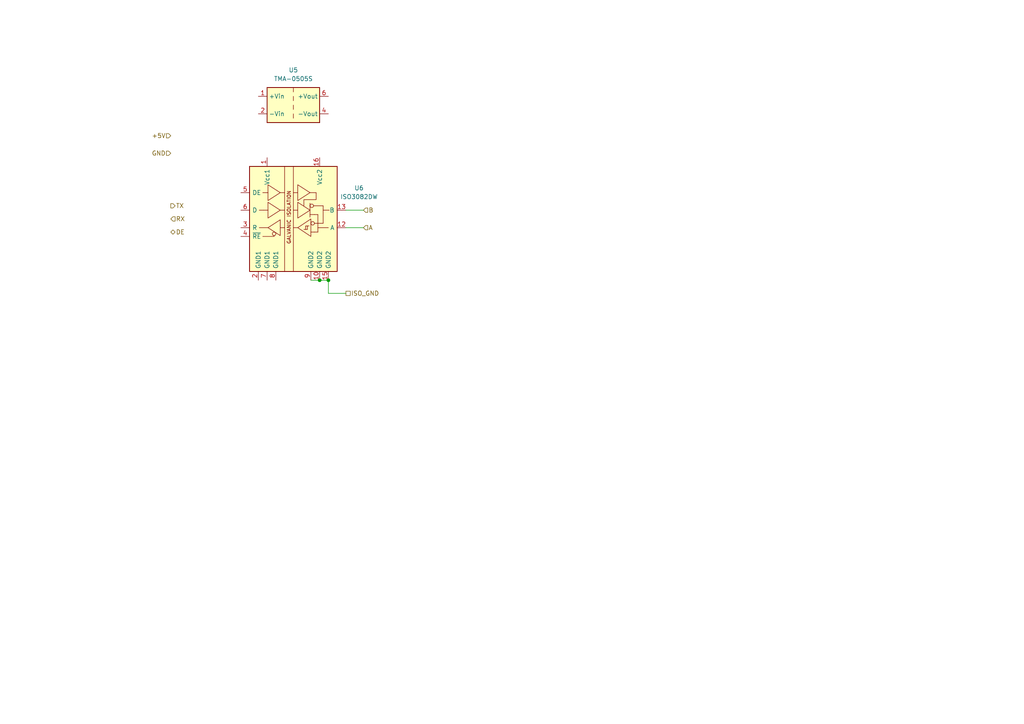
<source format=kicad_sch>
(kicad_sch (version 20241209) (generator "eeschema") (generator_version "9.0")
  (paper "A4")
  (lib_symbols
    (symbol "Converter_DCDC:TMA-0505S"
      (property "Reference" "U" (at -6.35 6.35 0))
      (property "Value" "TMA-0505S" (at 2.54 6.35 0))
      (symbol "TMA-0505S_0_1"
        (rectangle (start -7.62 5.08) (end 7.62 -5.08) (stroke (width 0.254)) (fill (type background)))
        (polyline (pts (xy 0 5.08) (xy 0 3.81)))
        (polyline (pts (xy 0 2.54) (xy 0 1.27)))
        (polyline (pts (xy 0 0) (xy 0 -1.27)))
        (polyline (pts (xy 0 -2.54) (xy 0 -3.81)))
      )
      (symbol "TMA-0505S_1_1"
        (pin power_in line (at -10.16 2.54 0) (length 2.54) (name "+Vin") (number "1"))
        (pin power_in line (at -10.16 -2.54 0) (length 2.54) (name "-Vin") (number "2"))
        (pin power_out line (at 10.16 2.54 180) (length 2.54) (name "+Vout") (number "6"))
        (pin power_out line (at 10.16 -2.54 180) (length 2.54) (name "-Vout") (number "4"))
      )
    )
    (symbol "Interface_UART:ISO3082DW" (pin_names (offset 0.762))
      (property "Reference" "U" (at 0 19.05 0))
      (property "Value" "ISO3082DW" (at 0 16.51 0))
      (symbol "ISO3082DW_0_0"
        (rectangle (start -12.7 15.24) (end 12.7 -15.24) (stroke (width 0.254)) (fill (type background)))
        (polyline (pts (xy -8.636 2.54) (xy -9.906 2.54)))
        (polyline (pts (xy -7.62 7.62) (xy -8.89 7.62)))
        (polyline (pts (xy -7.366 9.906) (xy -7.366 5.334) (xy -3.81 7.62) (xy -7.366 9.906)))
        (polyline (pts (xy -7.366 7.62) (xy -7.62 7.62)))
        (polyline (pts (xy -7.366 4.826) (xy -7.366 0.254) (xy -3.81 2.54) (xy -7.366 4.826)))
        (polyline (pts (xy -3.81 -0.254) (xy -3.81 -4.826) (xy -7.366 -2.54) (xy -3.81 -0.254)))
        (polyline (pts (xy -2.54 15.24) (xy -2.54 -15.24)))
        (polyline (pts (xy 0 15.24) (xy 0 -15.24)))
        (polyline (pts (xy 1.27 9.906) (xy 1.27 5.334) (xy 4.826 7.62) (xy 1.27 9.906)))
        (text "GALVANIC ISOLATION" (at -1.27 0.508 900) (effects (font (size 1.016 1.016))))
      )
      (symbol "ISO3082DW_0_1"
        (polyline (pts (xy -8.89 -5.08) (xy -5.588 -5.08) (xy -5.588 -4.826)))
        (polyline (pts (xy -7.366 2.54) (xy -8.636 2.54)))
        (polyline (pts (xy -7.366 -2.54) (xy -9.906 -2.54)))
        (circle (center -5.588 -4.318) (radius 0.508))
        (polyline (pts (xy -3.81 7.62) (xy -2.54 7.62)))
        (polyline (pts (xy -3.81 2.54) (xy -2.54 2.54)))
        (polyline (pts (xy -3.81 -2.54) (xy -2.54 -2.54)))
        (polyline (pts (xy 0 7.62) (xy 1.27 7.62)))
        (polyline (pts (xy 0 2.54) (xy 1.27 2.54)))
        (polyline (pts (xy 0 -2.54) (xy 1.27 -2.54)))
        (polyline (pts (xy 1.27 -2.54) (xy 5.08 0) (xy 5.08 -5.08) (xy 1.27 -2.54)))
        (polyline (pts (xy 3.556 -2.286) (xy 3.556 -3.048)))
        (polyline (pts (xy 3.556 -2.286) (xy 3.556 -2.032) (xy 4.572 -2.032)))
        (polyline (pts (xy 4.064 -2.286) (xy 4.064 -3.048)))
        (polyline (pts (xy 4.064 -2.286) (xy 4.064 -2.032)))
        (polyline (pts (xy 4.064 -3.048) (xy 3.048 -3.048)))
        (polyline (pts (xy 4.826 7.62) (xy 6.604 7.62)))
        (polyline (pts (xy 4.826 4.572) (xy 4.826 0.508)))
        (polyline (pts (xy 4.826 1.27) (xy 6.096 1.27)))
        (polyline (pts (xy 5.08 -3.81) (xy 6.096 -3.81)))
        (circle (center 5.334 3.81) (radius 0.508))
        (circle (center 5.588 -1.27) (radius 0.508))
        (polyline (pts (xy 5.842 3.81) (xy 8.636 3.81)))
        (polyline (pts (xy 6.096 1.27) (xy 7.112 1.27)))
        (polyline (pts (xy 6.096 -1.27) (xy 8.636 -1.27)))
        (polyline (pts (xy 6.604 7.62) (xy 6.604 5.588) (xy 3.048 5.588) (xy 3.048 3.81)))
        (polyline (pts (xy 7.112 1.27) (xy 7.112 -3.81)))
        (polyline (pts (xy 7.112 -3.81) (xy 6.096 -3.81)))
        (polyline (pts (xy 8.636 2.54) (xy 10.414 2.54)))
        (polyline (pts (xy 8.636 -1.27) (xy 8.636 3.81)))
        (polyline (pts (xy 10.16 -2.54) (xy 8.89 -2.54) (xy 7.112 -2.54)))
      )
      (symbol "ISO3082DW_1_0"
        (polyline (pts (xy 1.27 4.826) (xy 1.27 0.254) (xy 4.826 2.54) (xy 1.27 4.826)))
      )
      (symbol "ISO3082DW_1_1"
        (pin input line (at -15.24 7.62 0) (length 2.54) (name "DE") (number "5"))
        (pin input line (at -15.24 2.54 0) (length 2.54) (name "D") (number "6"))
        (pin output line (at -15.24 -2.54 0) (length 2.54) (name "R") (number "3"))
        (pin input line (at -15.24 -5.08 0) (length 2.54) (name "~{RE}") (number "4"))
        (pin power_in line (at -10.16 -17.78 90) (length 2.54) (name "GND1") (number "2"))
        (pin power_in line (at -7.62 17.78 270) (length 2.54) (name "Vcc1") (number "1"))
        (pin power_in line (at -7.62 -17.78 90) (length 2.54) (name "GND1") (number "7"))
        (pin power_in line (at -5.08 -17.78 90) (length 2.54) (name "GND1") (number "8"))
        (pin power_in line (at 5.08 -17.78 90) (length 2.54) (name "GND2") (number "9"))
        (pin power_in line (at 7.62 17.78 270) (length 2.54) (name "Vcc2") (number "16"))
        (pin power_in line (at 7.62 -17.78 90) (length 2.54) (name "GND2") (number "10"))
        (pin power_in line (at 10.16 -17.78 90) (length 2.54) (name "GND2") (number "15"))
        (pin no_connect line (at 12.7 10.16 180) (length 2.54) (hide yes) (name "NC") (number "11"))
        (pin no_connect line (at 12.7 7.62 180) (length 2.54) (hide yes) (name "NC") (number "14"))
        (pin bidirectional line (at 15.24 2.54 180) (length 2.54) (name "B") (number "13"))
        (pin bidirectional line (at 15.24 -2.54 180) (length 2.54) (name "A") (number "12"))
      )
    )
  )
  (junction (at 92.71 81.28))
  (junction (at 95.25 81.28))
  (wire (pts (xy 90.17 81.28) (xy 92.71 81.28)))
  (wire (pts (xy 100.33 66.04) (xy 105.41 66.04)))
  (wire (pts (xy 100.33 60.96) (xy 105.41 60.96)))
  (wire (pts (xy 100.33 85.09) (xy 95.25 85.09)))
  (wire (pts (xy 95.25 85.09) (xy 95.25 81.28)))
  (wire (pts (xy 92.71 81.28) (xy 95.25 81.28)))
  (hierarchical_label "DE" (shape bidirectional) (at 49.53 67.31 0))
  (hierarchical_label "B" (shape input) (at 105.41 60.96 0))
  (hierarchical_label "TX" (shape output) (at 49.53 59.69 0))
  (hierarchical_label "RX" (shape input) (at 49.53 63.5 0))
  (hierarchical_label "+5V" (shape input) (at 49.53 39.37 180))
  (hierarchical_label "GND" (shape input) (at 49.53 44.45 180))
  (hierarchical_label "A" (shape input) (at 105.41 66.04 0))
  (hierarchical_label "ISO_GND" (shape passive) (at 100.33 85.09 0))
  (symbol (lib_id "Converter_DCDC:TMA-0505S") (at 85.09 30.48 0) (unit 1)
    (property "Reference" "U" (at 85.09 20.32 0))
    (property "Value" "TMA-0505S" (at 85.09 22.86 0))
    (property "Footprint" "Converter_DCDC:Converter_DCDC_TRACO_TMA-05xxS_12xxS_Single_THT" (effects (hide yes)))
    (property "Datasheet" "https://www.tracopower.com/products/tma.pdf" (effects (hide yes)))
    (property "Description" "1W DC/DC converter unregulated, 4.5-5.5V input, 5V fixed output voltage, 200mA output, 1.0kVDC isolation, SIP-7" (effects (hide yes)))
    (instances (project "Pool-Spa-Controller-V2" (path "" (reference "U5") (unit 1))))
  )
  (symbol (lib_id "Interface_UART:ISO3082DW") (at 85.09 63.5 0) (unit 1)
    (property "Reference" "U3" (at 104.14 54.5398 0))
    (property "Value" "ISO3082DW" (at 104.14 57.0798 0))
    (property "Footprint" "Package_SO:SOIC-16W_7.5x10.3mm_P1.27mm" (effects (hide yes)))
    (property "Datasheet" "http://www.ti.com/lit/ds/symlink/iso3082.pdf" (effects (hide yes)))
    (property "Description" "200 kbps, Isolated 5-V Half-Duplex RS-485 transceiver, SOIC-16" (effects (hide yes)))
    (instances (project "Pool-Spa-Controller-V2" (path "" (reference "U6") (unit 1)) (path "" (reference "U3") (unit 1))))
  )
)
</source>
